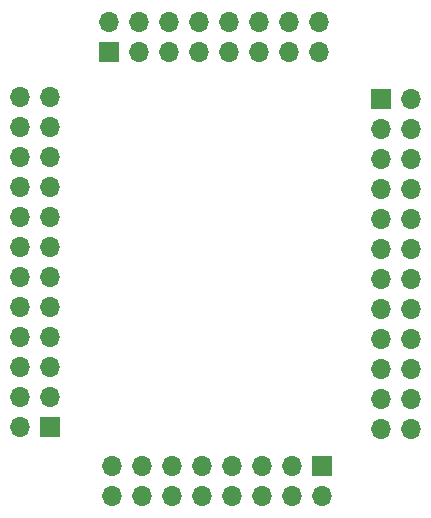
<source format=gbr>
G04 #@! TF.GenerationSoftware,KiCad,Pcbnew,(5.1.2)-2*
G04 #@! TF.CreationDate,2019-08-20T02:28:55-06:00*
G04 #@! TF.ProjectId,pqfp_80_breakout,70716670-5f38-4305-9f62-7265616b6f75,rev?*
G04 #@! TF.SameCoordinates,Original*
G04 #@! TF.FileFunction,Copper,L2,Bot*
G04 #@! TF.FilePolarity,Positive*
%FSLAX46Y46*%
G04 Gerber Fmt 4.6, Leading zero omitted, Abs format (unit mm)*
G04 Created by KiCad (PCBNEW (5.1.2)-2) date 2019-08-20 02:28:55*
%MOMM*%
%LPD*%
G04 APERTURE LIST*
%ADD10O,1.700000X1.700000*%
%ADD11R,1.700000X1.700000*%
G04 APERTURE END LIST*
D10*
X159780000Y-54460000D03*
X159780000Y-57000000D03*
X157240000Y-54460000D03*
X157240000Y-57000000D03*
X154700000Y-54460000D03*
X154700000Y-57000000D03*
X152160000Y-54460000D03*
X152160000Y-57000000D03*
X149620000Y-54460000D03*
X149620000Y-57000000D03*
X147080000Y-54460000D03*
X147080000Y-57000000D03*
X144540000Y-54460000D03*
X144540000Y-57000000D03*
X142000000Y-54460000D03*
D11*
X142000000Y-57000000D03*
D10*
X167540000Y-88940000D03*
X165000000Y-88940000D03*
X167540000Y-86400000D03*
X165000000Y-86400000D03*
X167540000Y-83860000D03*
X165000000Y-83860000D03*
X167540000Y-81320000D03*
X165000000Y-81320000D03*
X167540000Y-78780000D03*
X165000000Y-78780000D03*
X167540000Y-76240000D03*
X165000000Y-76240000D03*
X167540000Y-73700000D03*
X165000000Y-73700000D03*
X167540000Y-71160000D03*
X165000000Y-71160000D03*
X167540000Y-68620000D03*
X165000000Y-68620000D03*
X167540000Y-66080000D03*
X165000000Y-66080000D03*
X167540000Y-63540000D03*
X165000000Y-63540000D03*
X167540000Y-61000000D03*
D11*
X165000000Y-61000000D03*
D10*
X142220000Y-94540000D03*
X142220000Y-92000000D03*
X144760000Y-94540000D03*
X144760000Y-92000000D03*
X147300000Y-94540000D03*
X147300000Y-92000000D03*
X149840000Y-94540000D03*
X149840000Y-92000000D03*
X152380000Y-94540000D03*
X152380000Y-92000000D03*
X154920000Y-94540000D03*
X154920000Y-92000000D03*
X157460000Y-94540000D03*
X157460000Y-92000000D03*
X160000000Y-94540000D03*
D11*
X160000000Y-92000000D03*
D10*
X134460000Y-60760000D03*
X137000000Y-60760000D03*
X134460000Y-63300000D03*
X137000000Y-63300000D03*
X134460000Y-65840000D03*
X137000000Y-65840000D03*
X134460000Y-68380000D03*
X137000000Y-68380000D03*
X134460000Y-70920000D03*
X137000000Y-70920000D03*
X134460000Y-73460000D03*
X137000000Y-73460000D03*
X134460000Y-76000000D03*
X137000000Y-76000000D03*
X134460000Y-78540000D03*
X137000000Y-78540000D03*
X134460000Y-81080000D03*
X137000000Y-81080000D03*
X134460000Y-83620000D03*
X137000000Y-83620000D03*
X134460000Y-86160000D03*
X137000000Y-86160000D03*
X134460000Y-88700000D03*
D11*
X137000000Y-88700000D03*
M02*

</source>
